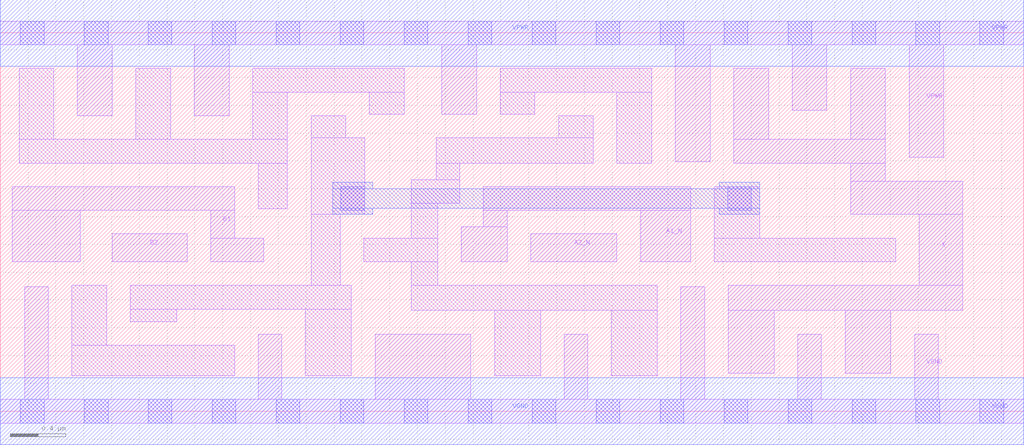
<source format=lef>
# Copyright 2020 The SkyWater PDK Authors
#
# Licensed under the Apache License, Version 2.0 (the "License");
# you may not use this file except in compliance with the License.
# You may obtain a copy of the License at
#
#     https://www.apache.org/licenses/LICENSE-2.0
#
# Unless required by applicable law or agreed to in writing, software
# distributed under the License is distributed on an "AS IS" BASIS,
# WITHOUT WARRANTIES OR CONDITIONS OF ANY KIND, either express or implied.
# See the License for the specific language governing permissions and
# limitations under the License.
#
# SPDX-License-Identifier: Apache-2.0

VERSION 5.7 ;
  NAMESCASESENSITIVE ON ;
  NOWIREEXTENSIONATPIN ON ;
  DIVIDERCHAR "/" ;
  BUSBITCHARS "[]" ;
UNITS
  DATABASE MICRONS 200 ;
END UNITS
MACRO sky130_fd_sc_hd__a2bb2o_4
  CLASS CORE ;
  SOURCE USER ;
  FOREIGN sky130_fd_sc_hd__a2bb2o_4 ;
  ORIGIN  0.000000  0.000000 ;
  SIZE  7.360000 BY  2.720000 ;
  SYMMETRY X Y R90 ;
  SITE unithd ;
  PIN A1_N
    ANTENNAGATEAREA  0.495000 ;
    DIRECTION INPUT ;
    USE SIGNAL ;
    PORT
      LAYER li1 ;
        RECT 3.315000 1.075000 3.645000 1.325000 ;
        RECT 3.475000 1.325000 3.645000 1.445000 ;
        RECT 3.475000 1.445000 4.965000 1.615000 ;
        RECT 4.605000 1.075000 4.965000 1.445000 ;
    END
  END A1_N
  PIN A2_N
    ANTENNAGATEAREA  0.495000 ;
    DIRECTION INPUT ;
    USE SIGNAL ;
    PORT
      LAYER li1 ;
        RECT 3.815000 1.075000 4.435000 1.275000 ;
    END
  END A2_N
  PIN B1
    ANTENNAGATEAREA  0.495000 ;
    DIRECTION INPUT ;
    USE SIGNAL ;
    PORT
      LAYER li1 ;
        RECT 0.085000 1.075000 0.575000 1.445000 ;
        RECT 0.085000 1.445000 1.685000 1.615000 ;
        RECT 1.515000 1.075000 1.895000 1.245000 ;
        RECT 1.515000 1.245000 1.685000 1.445000 ;
    END
  END B1
  PIN B2
    ANTENNAGATEAREA  0.495000 ;
    DIRECTION INPUT ;
    USE SIGNAL ;
    PORT
      LAYER li1 ;
        RECT 0.805000 1.075000 1.345000 1.275000 ;
    END
  END B2
  PIN X
    ANTENNADIFFAREA  0.891000 ;
    DIRECTION OUTPUT ;
    USE SIGNAL ;
    PORT
      LAYER li1 ;
        RECT 5.235000 0.275000 5.565000 0.725000 ;
        RECT 5.235000 0.725000 6.920000 0.905000 ;
        RECT 5.275000 1.785000 6.365000 1.955000 ;
        RECT 5.275000 1.955000 5.525000 2.465000 ;
        RECT 6.075000 0.275000 6.405000 0.725000 ;
        RECT 6.115000 1.415000 6.920000 1.655000 ;
        RECT 6.115000 1.655000 6.365000 1.785000 ;
        RECT 6.115000 1.955000 6.365000 2.465000 ;
        RECT 6.610000 0.905000 6.920000 1.415000 ;
    END
  END X
  PIN VGND
    DIRECTION INOUT ;
    SHAPE ABUTMENT ;
    USE GROUND ;
    PORT
      LAYER li1 ;
        RECT 0.000000 -0.085000 7.360000 0.085000 ;
        RECT 0.175000  0.085000 0.345000 0.895000 ;
        RECT 1.855000  0.085000 2.025000 0.555000 ;
        RECT 2.695000  0.085000 3.385000 0.555000 ;
        RECT 4.055000  0.085000 4.225000 0.555000 ;
        RECT 4.895000  0.085000 5.065000 0.895000 ;
        RECT 5.735000  0.085000 5.905000 0.555000 ;
        RECT 6.575000  0.085000 6.745000 0.555000 ;
      LAYER mcon ;
        RECT 0.145000 -0.085000 0.315000 0.085000 ;
        RECT 0.605000 -0.085000 0.775000 0.085000 ;
        RECT 1.065000 -0.085000 1.235000 0.085000 ;
        RECT 1.525000 -0.085000 1.695000 0.085000 ;
        RECT 1.985000 -0.085000 2.155000 0.085000 ;
        RECT 2.445000 -0.085000 2.615000 0.085000 ;
        RECT 2.905000 -0.085000 3.075000 0.085000 ;
        RECT 3.365000 -0.085000 3.535000 0.085000 ;
        RECT 3.825000 -0.085000 3.995000 0.085000 ;
        RECT 4.285000 -0.085000 4.455000 0.085000 ;
        RECT 4.745000 -0.085000 4.915000 0.085000 ;
        RECT 5.205000 -0.085000 5.375000 0.085000 ;
        RECT 5.665000 -0.085000 5.835000 0.085000 ;
        RECT 6.125000 -0.085000 6.295000 0.085000 ;
        RECT 6.585000 -0.085000 6.755000 0.085000 ;
        RECT 7.045000 -0.085000 7.215000 0.085000 ;
      LAYER met1 ;
        RECT 0.000000 -0.240000 7.360000 0.240000 ;
    END
  END VGND
  PIN VPWR
    DIRECTION INOUT ;
    SHAPE ABUTMENT ;
    USE POWER ;
    PORT
      LAYER li1 ;
        RECT 0.000000 2.635000 7.360000 2.805000 ;
        RECT 0.555000 2.125000 0.805000 2.635000 ;
        RECT 1.395000 2.125000 1.645000 2.635000 ;
        RECT 3.175000 2.135000 3.425000 2.635000 ;
        RECT 4.855000 1.795000 5.105000 2.635000 ;
        RECT 5.695000 2.165000 5.945000 2.635000 ;
        RECT 6.535000 1.825000 6.785000 2.635000 ;
      LAYER mcon ;
        RECT 0.145000 2.635000 0.315000 2.805000 ;
        RECT 0.605000 2.635000 0.775000 2.805000 ;
        RECT 1.065000 2.635000 1.235000 2.805000 ;
        RECT 1.525000 2.635000 1.695000 2.805000 ;
        RECT 1.985000 2.635000 2.155000 2.805000 ;
        RECT 2.445000 2.635000 2.615000 2.805000 ;
        RECT 2.905000 2.635000 3.075000 2.805000 ;
        RECT 3.365000 2.635000 3.535000 2.805000 ;
        RECT 3.825000 2.635000 3.995000 2.805000 ;
        RECT 4.285000 2.635000 4.455000 2.805000 ;
        RECT 4.745000 2.635000 4.915000 2.805000 ;
        RECT 5.205000 2.635000 5.375000 2.805000 ;
        RECT 5.665000 2.635000 5.835000 2.805000 ;
        RECT 6.125000 2.635000 6.295000 2.805000 ;
        RECT 6.585000 2.635000 6.755000 2.805000 ;
        RECT 7.045000 2.635000 7.215000 2.805000 ;
      LAYER met1 ;
        RECT 0.000000 2.480000 7.360000 2.960000 ;
    END
  END VPWR
  OBS
    LAYER li1 ;
      RECT 0.135000 1.785000 2.065000 1.955000 ;
      RECT 0.135000 1.955000 0.385000 2.465000 ;
      RECT 0.515000 0.255000 1.685000 0.475000 ;
      RECT 0.515000 0.475000 0.765000 0.905000 ;
      RECT 0.935000 0.645000 1.270000 0.735000 ;
      RECT 0.935000 0.735000 2.525000 0.905000 ;
      RECT 0.975000 1.955000 1.225000 2.465000 ;
      RECT 1.815000 1.955000 2.065000 2.295000 ;
      RECT 1.815000 2.295000 2.905000 2.465000 ;
      RECT 1.855000 1.455000 2.065000 1.785000 ;
      RECT 2.195000 0.255000 2.525000 0.735000 ;
      RECT 2.235000 0.905000 2.445000 1.415000 ;
      RECT 2.235000 1.415000 2.620000 1.965000 ;
      RECT 2.235000 1.965000 2.485000 2.125000 ;
      RECT 2.615000 1.075000 3.145000 1.245000 ;
      RECT 2.655000 2.135000 2.905000 2.295000 ;
      RECT 2.955000 0.725000 4.725000 0.905000 ;
      RECT 2.955000 0.905000 3.145000 1.075000 ;
      RECT 2.955000 1.245000 3.145000 1.495000 ;
      RECT 2.955000 1.495000 3.305000 1.665000 ;
      RECT 3.135000 1.665000 3.305000 1.785000 ;
      RECT 3.135000 1.785000 4.265000 1.965000 ;
      RECT 3.555000 0.255000 3.885000 0.725000 ;
      RECT 3.595000 2.135000 3.845000 2.295000 ;
      RECT 3.595000 2.295000 4.685000 2.465000 ;
      RECT 4.015000 1.965000 4.265000 2.125000 ;
      RECT 4.395000 0.255000 4.725000 0.725000 ;
      RECT 4.435000 1.785000 4.685000 2.295000 ;
      RECT 5.135000 1.075000 6.440000 1.245000 ;
      RECT 5.135000 1.245000 5.460000 1.615000 ;
    LAYER mcon ;
      RECT 2.450000 1.445000 2.620000 1.615000 ;
      RECT 5.230000 1.445000 5.400000 1.615000 ;
    LAYER met1 ;
      RECT 2.390000 1.415000 2.680000 1.460000 ;
      RECT 2.390000 1.460000 5.460000 1.600000 ;
      RECT 2.390000 1.600000 2.680000 1.645000 ;
      RECT 5.170000 1.415000 5.460000 1.460000 ;
      RECT 5.170000 1.600000 5.460000 1.645000 ;
  END
END sky130_fd_sc_hd__a2bb2o_4

</source>
